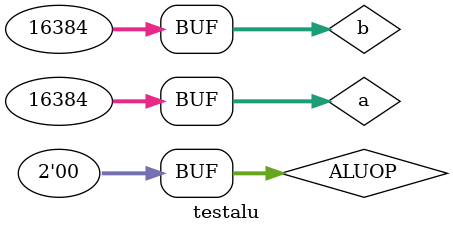
<source format=v>
`timescale 1ns / 1ps
module testalu;
reg [31:0]a;
reg [31:0]b;
reg [1:0]ALUOP;
wire [31:0]res;
initial begin
a<=32'b00000000000000000100000000000000;
b<=32'b00000000000000000100000000000000;
ALUOP<=2'b00;
#10 ALUOP<=2'b01;
#10 ALUOP<=2'b10;
#10 ALUOP<=2'b11;
#10 ALUOP<=2'b00;
end
alu32 alutest(.a(a),.b(b),.ALUOp(ALUOP),.result(res));
endmodule


</source>
